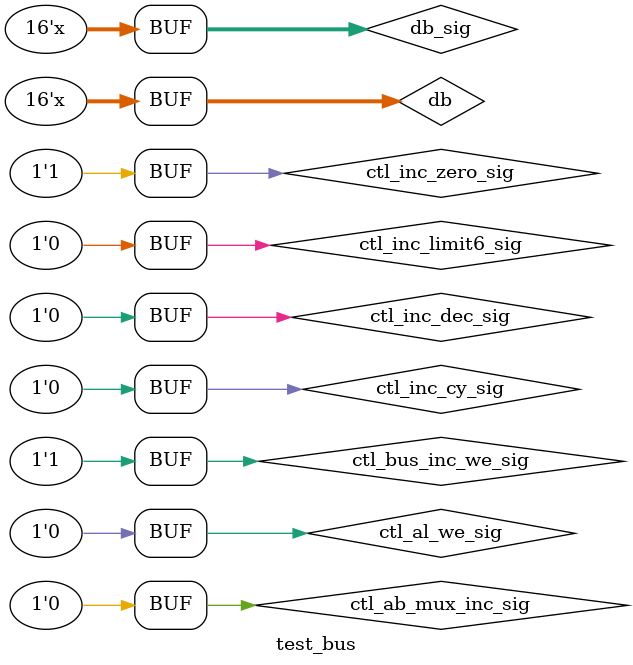
<source format=sv>
`timescale 100 ps/ 100 ps
module test_bus;

// Bi-directional bus that can also be tri-stated
reg  [15:0] db;             // Drive it using this bus
wire [15:0] db_sig;         // Read it using this bus

wire [15:0] address_sig;    // Final address ouput

// ----------------- INPUT CONTROL -----------------
reg ctl_ab_mux_inc_sig;     // Mux for the final address output
reg ctl_al_we_sig;          // Write enable to address latch
reg ctl_bus_inc_we_sig;     // Write incrementer onto the internal data bus

// ----------------- INC/DEC -----------------
reg ctl_inc_dec_sig;        // Perform decrement (1) or increment (0)
reg ctl_inc_limit6_sig;     // Limit increment to 6 bits (for incrementing IR)
reg ctl_inc_cy_sig;         // Address increment, carry in value (+/-1 or 0)
reg ctl_inc_zero_sig;       // Output zero from the incrementer

// ----------------- OUTPUT/STATUS -----------------
wire address_is_1_sig;      // Signals when the final address is 1

initial begin
    db = 'z;
    ctl_ab_mux_inc_sig = 0;
    ctl_al_we_sig = 0;
    ctl_bus_inc_we_sig = 0;
    ctl_inc_dec_sig = 0;
    ctl_inc_limit6_sig = 0;
    ctl_inc_cy_sig = 0;
    ctl_inc_zero_sig = 0;

    //------------------------------------------------------------
    // Perform a simple increment and decrement
    #1  db = 16'h0;
        ctl_ab_mux_inc_sig = 1;     // Output incrementer to the address bus
        ctl_inc_cy_sig = 1;         // +1  show "1"
    #1  ctl_inc_dec_sig = 1;        // -1  show "FFFF"
    // ...through overflow
    #1  db = 16'hffff;
        ctl_inc_dec_sig = 0;
        ctl_inc_cy_sig = 1;         // +1  show "0"
    #1  ctl_inc_dec_sig = 1;        // -1  show "FFFE"
    // test pass-through
    #1  ctl_inc_cy_sig = 0;         // show "FFFF"
    #1  ctl_inc_dec_sig = 0;

    //------------------------------------------------------------
    // Test the address latch and the mux
    #1  db = 16'hAA55;
        ctl_al_we_sig = 1;          // Write AA55 to the latch
        ctl_inc_cy_sig = 0;
    #1  db = 16'hCAFE;              // Output CAFE through the incrementer
        ctl_al_we_sig = 0;          // show "CAFE"
    #1  ctl_ab_mux_inc_sig = 0;     // show "AA55"

    //------------------------------------------------------------
    // Test the tri-state db
    #1  db = 'z;
        ctl_bus_inc_we_sig = 1;     // Output latched value (AA55)
    #1  ctl_bus_inc_we_sig = 0;     // Disable it for a cycle
        
    //------------------------------------------------------------
    // Test the force-to-zero
    #1  ctl_inc_zero_sig = 1;
        ctl_bus_inc_we_sig = 1;     // Output zero

    #1 $display("End of test");
end

// Drive 3-state bidirectional bus with these statements
assign db_sig = db;

// Instantiate address latch block
address_latch address_latch_inst
(
	.ctl_bus_inc_we(ctl_bus_inc_we_sig) ,	// input  ctl_bus_inc_we_sig
	.ctl_inc_limit6(ctl_inc_limit6_sig) ,	// input  ctl_inc_limit6_sig
	.ctl_inc_cy(ctl_inc_cy_sig) ,	// input  ctl_inc_cy_sig
	.ctl_inc_dec(ctl_inc_dec_sig) ,	// input  ctl_inc_dec_sig
	.ctl_inc_zero(ctl_inc_zero_sig) ,	// input  ctl_inc_zero_sig
	.ctl_al_we(ctl_al_we_sig) ,	// input  ctl_al_we_sig
	.ctl_ab_mux_inc(ctl_ab_mux_inc_sig) ,	// input  ctl_ab_mux_inc_sig
	.address(address_sig[15:0]) ,	// output [15:0] address_sig
	.address_is_1(address_is_1_sig) ,	// output  address_is_1_sig
	.db(db_sig[15:0]) 	// inout [15:0] db_sig
);

endmodule

</source>
